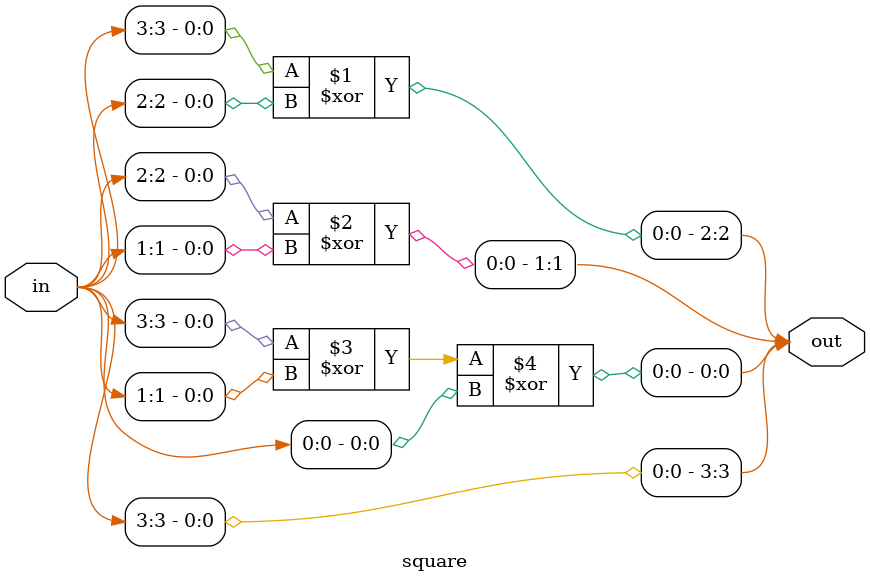
<source format=sv>
module square (in, out);
	input [3:0] in;
	output [3:0] out;
	
	assign out[3] = in[3];
	assign out[2] = in[3] ^ in[2];
	assign out[1] = in[2] ^ in[1];
	assign out[0] = in[3] ^ in[1] ^ in[0];
	
endmodule

</source>
